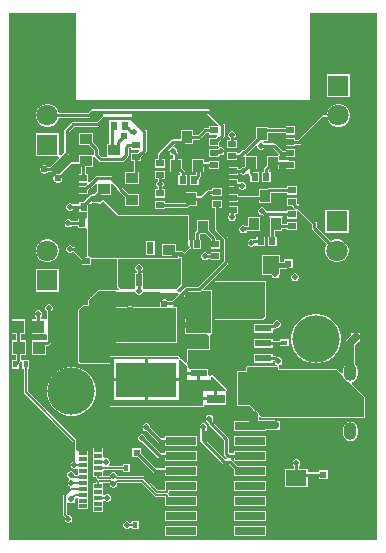
<source format=gtl>
G04*
G04 #@! TF.GenerationSoftware,Altium Limited,Altium Designer,23.4.1 (23)*
G04*
G04 Layer_Physical_Order=1*
G04 Layer_Color=255*
%FSLAX25Y25*%
%MOIN*%
G70*
G04*
G04 #@! TF.SameCoordinates,D0A82AA9-F4A3-43A1-B343-99984006E8F9*
G04*
G04*
G04 #@! TF.FilePolarity,Positive*
G04*
G01*
G75*
%ADD15C,0.01000*%
%ADD18C,0.00600*%
%ADD19R,0.02756X0.01181*%
%ADD20R,0.02756X0.03937*%
%ADD21R,0.07087X0.05315*%
%ADD22R,0.02362X0.04134*%
%ADD23R,0.03347X0.03937*%
%ADD24R,0.03347X0.03937*%
%ADD25R,0.10000X0.02500*%
%ADD26R,0.09921X0.13386*%
%ADD27R,0.05709X0.02362*%
%ADD28R,0.06299X0.03150*%
%ADD29R,0.03937X0.04331*%
%ADD30R,0.04528X0.07087*%
%ADD31R,0.02165X0.02559*%
%ADD32R,0.01772X0.02165*%
%ADD33R,0.19882X0.11417*%
%ADD34R,0.05315X0.06102*%
%ADD35R,0.03543X0.03937*%
%ADD36R,0.02441X0.02441*%
%ADD37R,0.02441X0.02441*%
%ADD38R,0.03937X0.03543*%
%ADD39R,0.02559X0.02165*%
%ADD40R,0.06102X0.05315*%
%ADD41R,0.03937X0.03347*%
%ADD42R,0.03937X0.03347*%
%ADD43R,0.02165X0.01772*%
%ADD76C,0.02500*%
%ADD77C,0.01500*%
%ADD78C,0.00546*%
%ADD79C,0.07087*%
%ADD80R,0.07087X0.07087*%
%ADD81O,0.10236X0.04331*%
%ADD82O,0.08268X0.04331*%
%ADD83O,0.04331X0.05906*%
%ADD84C,0.15748*%
%ADD85C,0.01968*%
%ADD86C,0.02000*%
%ADD87C,0.02400*%
G36*
X126480Y2520D02*
X3740D01*
X3740Y177980D01*
X26000D01*
Y149000D01*
X104000D01*
Y177980D01*
X126480D01*
X126480Y2520D01*
D02*
G37*
%LPC*%
G36*
X117343Y157686D02*
X109657D01*
Y149999D01*
X117343D01*
Y157686D01*
D02*
G37*
G36*
X114006Y147843D02*
X112994D01*
X112016Y147581D01*
X111140Y147075D01*
X110425Y146360D01*
X109919Y145484D01*
X109657Y144506D01*
Y144013D01*
X108457D01*
X108457Y144013D01*
X108145Y143951D01*
X107880Y143774D01*
X107880Y143774D01*
X99953Y135847D01*
X99080D01*
Y136414D01*
X95920D01*
Y133649D01*
X99080D01*
Y134216D01*
X100291D01*
X100291Y134216D01*
X100603Y134278D01*
X100867Y134455D01*
X108795Y142382D01*
X109996D01*
X110425Y141640D01*
X111140Y140925D01*
X112016Y140419D01*
X112994Y140157D01*
X114006D01*
X114983Y140419D01*
X115860Y140925D01*
X116575Y141640D01*
X117081Y142517D01*
X117343Y143494D01*
Y144506D01*
X117081Y145484D01*
X116575Y146360D01*
X115860Y147075D01*
X114983Y147581D01*
X114006Y147843D01*
D02*
G37*
G36*
X99080Y140351D02*
X95920D01*
Y139784D01*
X89973D01*
Y139993D01*
X86027D01*
Y136609D01*
X81977Y132560D01*
X81965D01*
X81653Y132498D01*
X81388Y132321D01*
X81388Y132321D01*
X80415Y131347D01*
X79580D01*
Y131914D01*
X76420D01*
Y129149D01*
X79580D01*
Y129716D01*
X80753D01*
X80753Y129716D01*
X81065Y129778D01*
X81329Y129955D01*
X81787Y130412D01*
X82287Y130205D01*
Y127161D01*
X81894Y126769D01*
X81541D01*
X81064Y126571D01*
X80777Y126284D01*
X80080D01*
Y126851D01*
X76920D01*
Y124086D01*
X80080D01*
Y124653D01*
X80777D01*
X81064Y124366D01*
X81541Y124169D01*
X82059D01*
X82536Y124366D01*
X82902Y124732D01*
X82951Y124849D01*
X83224Y124858D01*
X83462Y124777D01*
X83506Y124553D01*
X83683Y124289D01*
X84149Y123823D01*
Y121921D01*
X86914D01*
Y125080D01*
X85199D01*
X85075Y125203D01*
Y126007D01*
X86233D01*
Y130544D01*
X82790D01*
X82738Y130687D01*
X82707Y131044D01*
X82892Y131167D01*
X85891Y134166D01*
X86362Y133930D01*
Y133580D01*
X86560Y133102D01*
X86925Y132736D01*
X87403Y132538D01*
X87920D01*
X88398Y132736D01*
X88685Y133023D01*
X91603D01*
X93581Y131044D01*
X93374Y130544D01*
X93293Y130544D01*
X89767D01*
Y127432D01*
X89695Y127384D01*
X89695Y127384D01*
X88892Y126581D01*
X88715Y126316D01*
X88653Y126004D01*
X88653Y126004D01*
Y125080D01*
X88086D01*
Y121921D01*
X90851D01*
Y125080D01*
X90284D01*
Y125666D01*
X90620Y126002D01*
X90646Y126007D01*
X93713D01*
Y127460D01*
X95920D01*
Y126149D01*
X99080D01*
Y128914D01*
X97043D01*
X96871Y129029D01*
X96559Y129091D01*
X96559Y129091D01*
X94067D01*
X93713Y129445D01*
X93713Y130304D01*
X93780Y130400D01*
X93890Y130483D01*
X94156Y130684D01*
X94310Y130653D01*
X94310Y130653D01*
X95920D01*
Y130086D01*
X99080D01*
Y132851D01*
X95920D01*
Y132284D01*
X94648D01*
X92517Y134415D01*
X92253Y134592D01*
X91941Y134654D01*
X91941Y134654D01*
X88714D01*
X88424Y134971D01*
X88544Y135456D01*
X89973D01*
Y138153D01*
X95920D01*
Y137586D01*
X99080D01*
Y140351D01*
D02*
G37*
G36*
X17006Y147843D02*
X15994D01*
X15017Y147581D01*
X14140Y147075D01*
X13425Y146360D01*
X12919Y145484D01*
X12657Y144506D01*
Y143494D01*
X12919Y142517D01*
X13425Y141640D01*
X14140Y140925D01*
X15017Y140419D01*
X15994Y140157D01*
X17006D01*
X17984Y140419D01*
X18860Y140925D01*
X19575Y141640D01*
X20081Y142517D01*
X20260Y143184D01*
X30220D01*
X30220Y143184D01*
X30532Y143246D01*
X30796Y143423D01*
X31837Y144464D01*
X34962D01*
X35060Y143964D01*
X34899Y143856D01*
X34899Y143856D01*
X32859Y141816D01*
X25086D01*
X24774Y141754D01*
X24509Y141577D01*
X24509Y141577D01*
X22298Y139366D01*
X22122Y139102D01*
X22060Y138789D01*
X22060Y138789D01*
Y131663D01*
X20843Y130446D01*
X20343Y130654D01*
Y138001D01*
X12657D01*
Y130314D01*
X20004D01*
X20211Y129814D01*
X17248Y126851D01*
X16772Y126850D01*
X16350Y127272D01*
X15798Y127500D01*
X15202D01*
X14650Y127272D01*
X14228Y126850D01*
X14000Y126298D01*
Y125702D01*
X14228Y125150D01*
X14650Y124728D01*
X15202Y124500D01*
X15798D01*
X16350Y124728D01*
X16772Y125150D01*
X16786Y125184D01*
X17550D01*
X17550Y125184D01*
X17863Y125246D01*
X18127Y125423D01*
X23452Y130748D01*
X23629Y131013D01*
X23691Y131325D01*
X23691Y131325D01*
Y138452D01*
X25424Y140184D01*
X33196D01*
X33196Y140184D01*
X33509Y140246D01*
X33773Y140423D01*
X35814Y142464D01*
X36869D01*
X37149Y142079D01*
X37149Y141964D01*
Y138920D01*
X37153D01*
Y134473D01*
X36456D01*
Y130642D01*
X36456Y130527D01*
X36177Y130142D01*
X34511D01*
X33560Y131094D01*
Y132772D01*
X33560Y132772D01*
X33498Y133084D01*
X33321Y133348D01*
X33321Y133348D01*
X31549Y135120D01*
X31544Y135146D01*
Y138213D01*
X27007D01*
Y134267D01*
X30119D01*
X30167Y134195D01*
X31928Y132434D01*
Y131249D01*
X31683Y130834D01*
X31354Y130733D01*
X31354Y130733D01*
X27007D01*
Y128402D01*
X24587D01*
X24587Y128402D01*
X24274Y128340D01*
X24010Y128163D01*
X24010Y128163D01*
X20332Y124486D01*
X20298Y124500D01*
X19702D01*
X19150Y124272D01*
X18728Y123850D01*
X18500Y123298D01*
Y122702D01*
X18728Y122150D01*
X19150Y121728D01*
X19702Y121500D01*
X20298D01*
X20850Y121728D01*
X21272Y122150D01*
X21500Y122702D01*
Y123298D01*
X21486Y123332D01*
X24924Y126771D01*
X27684D01*
Y124351D01*
X26921D01*
Y121586D01*
X29576D01*
X29628Y121443D01*
X29659Y121086D01*
X29474Y120963D01*
X29474Y120963D01*
X28926Y120414D01*
X26921D01*
Y117649D01*
X30079D01*
Y119229D01*
X30401Y119570D01*
X30713Y119632D01*
X30978Y119809D01*
X32277Y121109D01*
X32277Y121109D01*
X32307Y121154D01*
X32507Y121353D01*
X33007Y121146D01*
X33007Y121109D01*
Y118680D01*
X32006Y117680D01*
X31349D01*
X31037Y117617D01*
X30772Y117441D01*
X30772Y117441D01*
X28537Y115206D01*
X28453Y115079D01*
X27149D01*
Y114316D01*
X25023D01*
X24736Y114602D01*
X24259Y114800D01*
X23741D01*
X23264Y114602D01*
X22898Y114236D01*
X22700Y113759D01*
Y113241D01*
X22898Y112764D01*
X23264Y112398D01*
X23741Y112200D01*
X24259D01*
X24736Y112398D01*
X25023Y112684D01*
X27149D01*
Y111920D01*
X29675D01*
Y109971D01*
X29414Y109580D01*
X29175Y109580D01*
X26649D01*
Y108816D01*
X24523D01*
X24236Y109102D01*
X23759Y109300D01*
X23241D01*
X22764Y109102D01*
X22398Y108736D01*
X22200Y108259D01*
Y107741D01*
X22398Y107264D01*
X22764Y106898D01*
X23241Y106700D01*
X23759D01*
X24236Y106898D01*
X24523Y107184D01*
X26649D01*
Y106421D01*
X29175D01*
X29414Y106421D01*
X29675Y106029D01*
Y97500D01*
X29737Y97351D01*
X29536Y96851D01*
X29074D01*
X25963Y99962D01*
X25699Y100139D01*
X25386Y100201D01*
X25386Y100201D01*
X25117D01*
X25102Y100236D01*
X24736Y100602D01*
X24259Y100800D01*
X23741D01*
X23264Y100602D01*
X22898Y100236D01*
X22700Y99759D01*
Y99241D01*
X22898Y98764D01*
X23264Y98398D01*
X23741Y98200D01*
X24259D01*
X24736Y98398D01*
X24908Y98570D01*
X25049D01*
X27920Y95698D01*
Y94086D01*
X31080D01*
Y96175D01*
X39675D01*
Y87000D01*
X39770Y86770D01*
X40359Y86182D01*
X40147Y85686D01*
X33507Y85825D01*
X33503Y85823D01*
X33500Y85825D01*
X33388Y85778D01*
X33275Y85734D01*
X33274Y85731D01*
X33270Y85730D01*
X31061Y83521D01*
X30751D01*
Y83210D01*
X30019Y82478D01*
X29924Y82249D01*
Y80804D01*
X28479D01*
X28250Y80709D01*
X26770Y79230D01*
X26675Y79000D01*
Y62000D01*
X26700Y61940D01*
Y61876D01*
X26907Y61376D01*
X26953Y61330D01*
X26978Y61270D01*
X27037Y61246D01*
X27083Y61200D01*
X27147D01*
X27207Y61175D01*
X27979D01*
Y61149D01*
X33895D01*
Y61175D01*
X37175D01*
Y47000D01*
X37270Y46770D01*
X37500Y46675D01*
X68445D01*
X68674Y46770D01*
X68770Y47000D01*
Y47324D01*
X69145Y47625D01*
X76044D01*
Y51375D01*
X76044Y51375D01*
X76002Y51845D01*
X76026Y51905D01*
X76072Y51951D01*
X76263Y52412D01*
Y52477D01*
X76288Y52537D01*
X76263Y52596D01*
Y52661D01*
X76218Y52707D01*
X76193Y52766D01*
X71584Y57375D01*
X71524Y57400D01*
X71479Y57446D01*
X71414D01*
X71354Y57470D01*
X71295Y57446D01*
X71230D01*
X70730Y57239D01*
X70684Y57193D01*
X70625Y57168D01*
X70154Y57339D01*
Y59481D01*
X63846D01*
X63470Y59782D01*
Y60181D01*
X63438Y60259D01*
X63428Y60342D01*
X63198Y60745D01*
X63163Y60772D01*
X63146Y60813D01*
X62993Y60966D01*
X63001Y61231D01*
X63081Y61509D01*
X63101Y61554D01*
X63108Y61559D01*
X63140Y61584D01*
X63150Y61663D01*
X63182Y61736D01*
X63288Y65675D01*
X70500D01*
X70730Y65770D01*
X70825Y66000D01*
Y70500D01*
X70752Y70675D01*
X70937Y71175D01*
X71000D01*
X71230Y71270D01*
X71325Y71500D01*
Y85500D01*
X71230Y85730D01*
X71000Y85825D01*
X68632D01*
X68440Y86287D01*
X76577Y94423D01*
X76577Y94423D01*
X76754Y94688D01*
X76816Y95000D01*
X76816Y95000D01*
Y102974D01*
X76754Y103287D01*
X76577Y103551D01*
X76577Y103551D01*
X73816Y106312D01*
Y113149D01*
X74580D01*
Y115914D01*
X71421D01*
Y113149D01*
X72184D01*
Y105974D01*
X72184Y105974D01*
X72246Y105662D01*
X72423Y105398D01*
X75184Y102637D01*
Y95338D01*
X66705Y86859D01*
X62906D01*
X62906Y86859D01*
X62594Y86797D01*
X62330Y86620D01*
X62329Y86620D01*
X60798Y85089D01*
X60447Y85105D01*
X60241Y85173D01*
X60180Y85199D01*
X60134Y85246D01*
X60071Y85247D01*
X60014Y85272D01*
X59843Y85276D01*
X59738Y85732D01*
X59737Y85778D01*
X61230Y87270D01*
X61325Y87500D01*
Y96563D01*
X61305Y96610D01*
X61309Y96661D01*
X61309Y96662D01*
X61259Y96721D01*
X61230Y96792D01*
X61182Y96812D01*
X61149Y96851D01*
X61105Y96874D01*
X61105Y96874D01*
X61040Y96880D01*
X60982Y96909D01*
X60982Y96909D01*
X60953Y96912D01*
X60953Y96912D01*
X60901Y96895D01*
X60847Y96903D01*
X60559Y96830D01*
X60194Y97154D01*
X60161Y97215D01*
X60123Y97246D01*
X60105Y97292D01*
X60031Y97322D01*
X59969Y97373D01*
X59920Y97368D01*
X59875Y97387D01*
X58304D01*
X58256Y97396D01*
X58223Y97390D01*
X58193Y97403D01*
X55056D01*
Y100897D01*
X58944D01*
Y98694D01*
X59039Y98464D01*
X59268Y98369D01*
X61428D01*
X61645Y98326D01*
X61830Y98203D01*
X62016Y98016D01*
X62246Y97921D01*
X62475Y98016D01*
X63880Y99420D01*
X63883D01*
Y99423D01*
X64230Y99770D01*
X64325Y100000D01*
X64230Y100230D01*
X63883Y100576D01*
Y102579D01*
X63825D01*
Y110500D01*
X63730Y110730D01*
X63500Y110825D01*
X40135D01*
X35258Y115701D01*
X35230Y115730D01*
X35230D01*
X35000Y115825D01*
X34770Y115730D01*
X34770D01*
X34284Y115243D01*
X33851Y115079D01*
Y115079D01*
X31425D01*
X31218Y115579D01*
X31687Y116048D01*
X32344D01*
X32344Y116048D01*
X32656Y116110D01*
X32921Y116287D01*
X34161Y117527D01*
X37544D01*
X37544Y121114D01*
X37544Y121134D01*
X38044Y121341D01*
X39745Y119640D01*
Y119628D01*
X39745Y119628D01*
X39807Y119316D01*
X39984Y119052D01*
X42456Y116579D01*
Y113787D01*
X46993D01*
Y117733D01*
X43609D01*
X41376Y119966D01*
Y119978D01*
X41314Y120290D01*
X41137Y120555D01*
X41137Y120555D01*
X38115Y123577D01*
X37851Y123754D01*
X37539Y123816D01*
X37539Y123816D01*
X33000D01*
X33000Y123816D01*
X32688Y123754D01*
X32423Y123577D01*
X32423Y123577D01*
X31124Y122277D01*
X31093Y122232D01*
X30580Y121718D01*
X30079Y121925D01*
Y124351D01*
X29316D01*
Y126787D01*
X31544D01*
Y130237D01*
X31544Y130262D01*
X31545Y130281D01*
X31865Y130348D01*
X32261Y130086D01*
X33597Y128750D01*
X33861Y128573D01*
X34173Y128511D01*
X34173Y128511D01*
X41314D01*
X41314Y128511D01*
X41626Y128573D01*
X41891Y128750D01*
X43283Y130142D01*
X43284Y130142D01*
X43460Y130407D01*
X43522Y130719D01*
X43522Y130719D01*
Y133045D01*
X43630Y133153D01*
X44420D01*
Y132586D01*
X47076D01*
X47128Y132443D01*
X47159Y132086D01*
X46974Y131963D01*
X46974Y131963D01*
X46426Y131414D01*
X44420D01*
Y128649D01*
X45184D01*
Y125213D01*
X42456D01*
Y121267D01*
X46993D01*
Y125213D01*
X46816D01*
Y128649D01*
X47580D01*
Y130229D01*
X47901Y130570D01*
X48213Y130632D01*
X48478Y130809D01*
X49356Y131688D01*
X49356Y131688D01*
X49533Y131952D01*
X49595Y132264D01*
X49595Y132265D01*
Y138672D01*
X49595Y138672D01*
X49533Y138985D01*
X49356Y139249D01*
X49356Y139249D01*
X44749Y143856D01*
X44588Y143964D01*
X44687Y144464D01*
X69835D01*
X73447Y140851D01*
X73240Y140351D01*
X70420D01*
Y139784D01*
X69110D01*
X68798Y139722D01*
X68533Y139545D01*
X68533Y139545D01*
X66528Y137540D01*
X64973D01*
Y138993D01*
X61027D01*
Y136072D01*
X58498D01*
X58498Y136072D01*
X58186Y136010D01*
X57921Y135833D01*
X53423Y131335D01*
X53246Y131070D01*
X53184Y130758D01*
X53184Y130758D01*
Y129351D01*
X52421D01*
Y126586D01*
X55580D01*
Y129351D01*
X54816D01*
Y130420D01*
X56726Y132331D01*
X57197Y132095D01*
Y131744D01*
X57395Y131266D01*
X57761Y130901D01*
X58239Y130703D01*
X58444D01*
Y129544D01*
X57287D01*
Y125007D01*
X60354D01*
X60380Y125002D01*
X60716Y124666D01*
Y124080D01*
X60149D01*
Y120921D01*
X62914D01*
Y124080D01*
X62347D01*
Y125004D01*
X62285Y125316D01*
X62108Y125581D01*
X62108Y125581D01*
X61305Y126384D01*
X61233Y126432D01*
Y129544D01*
X60075D01*
Y131078D01*
X60013Y131390D01*
X59837Y131655D01*
X59837Y131655D01*
X59783Y131709D01*
X59797Y131744D01*
Y132261D01*
X59599Y132739D01*
X59234Y133105D01*
X58756Y133303D01*
X58405D01*
X58170Y133774D01*
X58836Y134440D01*
X61827D01*
X61827Y134440D01*
X61906Y134456D01*
X64973D01*
Y135909D01*
X66866D01*
X66866Y135909D01*
X67178Y135971D01*
X67443Y136148D01*
X69448Y138153D01*
X70420D01*
Y137586D01*
X73076D01*
X73128Y137443D01*
X73159Y137086D01*
X72974Y136963D01*
X72974Y136963D01*
X72426Y136414D01*
X70420D01*
Y133649D01*
X73097D01*
X73105Y133649D01*
X73105Y133649D01*
X73387Y133649D01*
X73517Y133165D01*
X73464Y133102D01*
X73449Y133088D01*
X73181Y132820D01*
X70420D01*
Y130054D01*
X73580D01*
Y130458D01*
X73941Y130700D01*
X74459D01*
X74936Y130898D01*
X75302Y131264D01*
X75500Y131741D01*
Y132259D01*
X75302Y132736D01*
X74936Y133102D01*
X74459Y133300D01*
X74056D01*
X73941Y133300D01*
X73925Y133307D01*
X73580Y133691D01*
X73580Y134099D01*
X73580Y134099D01*
X73580Y134106D01*
Y135229D01*
X73901Y135570D01*
X74213Y135632D01*
X74478Y135809D01*
X75356Y136688D01*
X75356Y136688D01*
X75533Y136952D01*
X75595Y137265D01*
X75595Y137265D01*
Y140673D01*
X75595Y140673D01*
X75533Y140985D01*
X75356Y141249D01*
X75356Y141249D01*
X70749Y145856D01*
X70485Y146033D01*
X70173Y146095D01*
X70173Y146095D01*
X31499D01*
X31187Y146033D01*
X30922Y145856D01*
X30922Y145856D01*
X29882Y144816D01*
X20260D01*
X20081Y145484D01*
X19575Y146360D01*
X18860Y147075D01*
X17984Y147581D01*
X17006Y147843D01*
D02*
G37*
G36*
X78259Y138800D02*
X77741D01*
X77264Y138602D01*
X76898Y138236D01*
X76700Y137759D01*
Y137241D01*
X76898Y136764D01*
X77184Y136477D01*
Y135851D01*
X76420D01*
Y133086D01*
X79580D01*
Y135851D01*
X78816D01*
Y136477D01*
X79102Y136764D01*
X79300Y137241D01*
Y137759D01*
X79102Y138236D01*
X78736Y138602D01*
X78259Y138800D01*
D02*
G37*
G36*
X68713Y129544D02*
X64767D01*
Y125007D01*
X65925D01*
Y124203D01*
X65801Y124080D01*
X64086D01*
Y120921D01*
X66851D01*
Y122823D01*
X67317Y123289D01*
X67317Y123289D01*
X67494Y123553D01*
X67556Y123865D01*
Y125007D01*
X68713D01*
Y126684D01*
X70420D01*
Y126117D01*
X73580D01*
Y128883D01*
X70420D01*
Y128316D01*
X68713D01*
Y129544D01*
D02*
G37*
G36*
X99580Y120351D02*
X96421D01*
Y119784D01*
X90449D01*
X90449Y119784D01*
X90137Y119722D01*
X89872Y119545D01*
X89872Y119545D01*
X89820Y119493D01*
X87027D01*
Y117284D01*
X80080D01*
Y117851D01*
X76920D01*
Y115086D01*
X80080D01*
Y115653D01*
X87027D01*
Y114956D01*
X90973D01*
Y118153D01*
X96421D01*
Y117586D01*
X99580D01*
Y120351D01*
D02*
G37*
G36*
X80080Y122914D02*
X76920D01*
Y120149D01*
X79004D01*
X79083Y120133D01*
X80245D01*
X80398Y119764D01*
X80764Y119398D01*
X81241Y119200D01*
X81759D01*
X82236Y119398D01*
X82602Y119764D01*
X82800Y120241D01*
Y120759D01*
X82602Y121236D01*
X82236Y121602D01*
X81759Y121800D01*
X81241D01*
X81069Y121729D01*
X80889Y121765D01*
X80889Y121765D01*
X80080D01*
Y122914D01*
D02*
G37*
G36*
X74580Y119851D02*
X71421D01*
Y119144D01*
X70221D01*
X69908Y119082D01*
X69644Y118905D01*
X69644Y118905D01*
X67778Y117040D01*
X66473D01*
Y118493D01*
X62527D01*
Y115109D01*
X62265Y114847D01*
X55580D01*
Y115414D01*
X52421D01*
Y112649D01*
X55580D01*
Y113216D01*
X62602D01*
X62602Y113216D01*
X62915Y113278D01*
X63179Y113455D01*
X63680Y113956D01*
X66473D01*
Y115409D01*
X68116D01*
X68116Y115409D01*
X68428Y115471D01*
X68693Y115648D01*
X70558Y117513D01*
X71421D01*
Y117086D01*
X74580D01*
Y119851D01*
D02*
G37*
G36*
X55580Y125414D02*
X52421D01*
Y122649D01*
X53184D01*
Y122023D01*
X52898Y121736D01*
X52700Y121259D01*
Y120741D01*
X52898Y120264D01*
X53184Y119977D01*
Y119351D01*
X52421D01*
Y116586D01*
X55580D01*
Y119351D01*
X54816D01*
Y119977D01*
X55102Y120264D01*
X55300Y120741D01*
Y121259D01*
X55102Y121736D01*
X54816Y122023D01*
Y122649D01*
X55580D01*
Y125414D01*
D02*
G37*
G36*
X99580Y116414D02*
X96421D01*
Y113649D01*
X98144D01*
X98203Y113560D01*
X98788Y112975D01*
X98788Y112974D01*
X98973Y112851D01*
X98942Y112494D01*
X98890Y112351D01*
X96421D01*
Y112060D01*
X89300D01*
Y112259D01*
X89102Y112736D01*
X88736Y113102D01*
X88259Y113300D01*
X87741D01*
X87264Y113102D01*
X86898Y112736D01*
X86700Y112259D01*
Y111741D01*
X86898Y111264D01*
X87264Y110898D01*
X87741Y110700D01*
X88259D01*
X88294Y110715D01*
X88341Y110667D01*
X88606Y110491D01*
X88918Y110428D01*
X88918Y110428D01*
X90488D01*
X90767Y110044D01*
X90767Y109928D01*
Y106599D01*
X90715Y106521D01*
X90653Y106209D01*
X90653Y106209D01*
Y103579D01*
X90086D01*
Y100420D01*
X92851D01*
Y103579D01*
X92284D01*
Y105507D01*
X94713D01*
Y106216D01*
X96421D01*
Y105649D01*
X99580D01*
Y108414D01*
X96421D01*
Y107847D01*
X94713D01*
Y109928D01*
X94713Y110044D01*
X94993Y110428D01*
X96421D01*
Y109586D01*
X99580D01*
Y112012D01*
X100080Y112219D01*
X104641Y107658D01*
Y106429D01*
X104641Y106429D01*
X104703Y106116D01*
X104880Y105852D01*
X109764Y100967D01*
X109419Y100368D01*
X109157Y99391D01*
Y98379D01*
X109419Y97401D01*
X109925Y96525D01*
X110640Y95810D01*
X111516Y95304D01*
X112494Y95042D01*
X113506D01*
X114483Y95304D01*
X115360Y95810D01*
X116075Y96525D01*
X116581Y97401D01*
X116843Y98379D01*
Y99391D01*
X116581Y100368D01*
X116075Y101245D01*
X115360Y101960D01*
X114483Y102466D01*
X113506Y102728D01*
X112494D01*
X111516Y102466D01*
X110918Y102121D01*
X106272Y106766D01*
Y107996D01*
X106210Y108308D01*
X106033Y108572D01*
X106033Y108572D01*
X100478Y114128D01*
X100213Y114305D01*
X99901Y114367D01*
X99580Y114708D01*
Y116414D01*
D02*
G37*
G36*
X80080Y113914D02*
X76920D01*
Y111149D01*
X76920D01*
X76870Y110670D01*
X76700Y110259D01*
Y109741D01*
X76898Y109264D01*
X77264Y108898D01*
X77741Y108700D01*
X78259D01*
X78736Y108898D01*
X79102Y109264D01*
X79300Y109741D01*
Y110259D01*
X79138Y110649D01*
X79271Y110972D01*
X79397Y111149D01*
X80080D01*
Y113914D01*
D02*
G37*
G36*
X87233Y110044D02*
X83287D01*
Y107123D01*
X82486D01*
X82059Y107300D01*
X81541D01*
X81064Y107102D01*
X80698Y106736D01*
X80500Y106259D01*
Y105741D01*
X80698Y105264D01*
X81064Y104898D01*
X81541Y104700D01*
X82059D01*
X82536Y104898D01*
X82902Y105264D01*
X82996Y105491D01*
X84087D01*
X84087Y105491D01*
X84166Y105507D01*
X87233D01*
Y110044D01*
D02*
G37*
G36*
X116843Y112571D02*
X109157D01*
Y104884D01*
X116843D01*
Y112571D01*
D02*
G37*
G36*
X88914Y103579D02*
X86149D01*
Y102816D01*
X85162D01*
X85162Y102816D01*
X84864Y102756D01*
X84759Y102800D01*
X84241D01*
X83764Y102602D01*
X83398Y102236D01*
X83200Y101759D01*
Y101241D01*
X83398Y100764D01*
X83764Y100398D01*
X84241Y100200D01*
X84759D01*
X85236Y100398D01*
X85602Y100764D01*
X85649Y100876D01*
X86149Y100777D01*
Y100420D01*
X88914D01*
Y103579D01*
D02*
G37*
G36*
X70213Y109044D02*
X66267D01*
Y105661D01*
X65860Y105254D01*
X65683Y104989D01*
X65621Y104677D01*
X65621Y104677D01*
Y102579D01*
X65054D01*
Y99420D01*
X67820D01*
Y102579D01*
X67253D01*
Y104339D01*
X67421Y104507D01*
X69060D01*
X70905Y102662D01*
Y101551D01*
X70905Y101551D01*
X70920Y101472D01*
Y99586D01*
X74080D01*
Y102351D01*
X72536D01*
Y103000D01*
X72536Y103000D01*
X72474Y103312D01*
X72297Y103577D01*
X72297Y103577D01*
X70213Y105661D01*
Y109044D01*
D02*
G37*
G36*
X74080Y98414D02*
X70920D01*
Y97831D01*
X70007D01*
X69736Y98102D01*
X69259Y98300D01*
X68741D01*
X68264Y98102D01*
X67898Y97736D01*
X67700Y97259D01*
Y96741D01*
X67898Y96264D01*
X68264Y95898D01*
X68741Y95700D01*
X69259D01*
X69736Y95898D01*
X70039Y96200D01*
X70920D01*
Y95649D01*
X74080D01*
Y98414D01*
D02*
G37*
G36*
X16951Y102728D02*
X15939D01*
X14961Y102466D01*
X14085Y101960D01*
X13370Y101245D01*
X12864Y100368D01*
X12602Y99391D01*
Y98379D01*
X12864Y97401D01*
X13370Y96525D01*
X14085Y95810D01*
X14961Y95304D01*
X15939Y95042D01*
X16951D01*
X17928Y95304D01*
X18805Y95810D01*
X19520Y96525D01*
X20026Y97401D01*
X20288Y98379D01*
Y99391D01*
X20026Y100368D01*
X19520Y101245D01*
X18805Y101960D01*
X17928Y102466D01*
X16951Y102728D01*
D02*
G37*
G36*
X93894Y97351D02*
X87980D01*
Y90649D01*
X91238D01*
X91398Y90264D01*
X91764Y89898D01*
X92241Y89700D01*
X92759D01*
X93236Y89898D01*
X93602Y90264D01*
X93762Y90649D01*
X93894D01*
Y92929D01*
X96228D01*
X96480Y92980D01*
X98249D01*
Y96021D01*
X95208D01*
Y95071D01*
X93894D01*
Y97351D01*
D02*
G37*
G36*
X99259Y91300D02*
X98741D01*
X98264Y91102D01*
X97898Y90736D01*
X97700Y90259D01*
Y89741D01*
X97898Y89264D01*
X98264Y88898D01*
X98741Y88700D01*
X99259D01*
X99736Y88898D01*
X100102Y89264D01*
X100300Y89741D01*
Y90259D01*
X100102Y90736D01*
X99736Y91102D01*
X99259Y91300D01*
D02*
G37*
G36*
X20288Y92886D02*
X12602D01*
Y85199D01*
X20288D01*
Y92886D01*
D02*
G37*
G36*
X17259Y81100D02*
X16741D01*
X16264Y80902D01*
X15898Y80536D01*
X15700Y80059D01*
Y79541D01*
X15898Y79064D01*
X16184Y78777D01*
Y76169D01*
X15768Y75965D01*
X15684Y75965D01*
X14316D01*
Y76777D01*
X14602Y77064D01*
X14800Y77541D01*
Y78059D01*
X14602Y78536D01*
X14236Y78902D01*
X13759Y79100D01*
X13241D01*
X12764Y78902D01*
X12398Y78536D01*
X12200Y78059D01*
Y77541D01*
X12398Y77064D01*
X12684Y76777D01*
Y75965D01*
X11231D01*
Y71035D01*
X15684D01*
X15768Y71035D01*
X16184Y70831D01*
Y69373D01*
X15961Y68965D01*
X11424D01*
Y64035D01*
X15961D01*
Y67127D01*
X16414Y67218D01*
X16726Y67280D01*
X16991Y67457D01*
X17577Y68043D01*
X17577Y68043D01*
X17754Y68308D01*
X17816Y68620D01*
Y78777D01*
X18102Y79064D01*
X18300Y79541D01*
Y80059D01*
X18102Y80536D01*
X17736Y80902D01*
X17259Y81100D01*
D02*
G37*
G36*
X89000Y88825D02*
X72500D01*
X72270Y88730D01*
X72175Y88500D01*
Y85000D01*
Y76000D01*
X72270Y75770D01*
X72500Y75675D01*
X88000D01*
X88230Y75770D01*
X89230Y76770D01*
X89325Y77000D01*
Y88500D01*
X89230Y88730D01*
X89000Y88825D01*
D02*
G37*
G36*
X93259Y75800D02*
X92741D01*
X92264Y75602D01*
X91898Y75236D01*
X91700Y74759D01*
Y74516D01*
X91681Y74497D01*
X89138D01*
X89138Y74497D01*
X89059Y74481D01*
X85302D01*
Y71519D01*
X91611D01*
Y72582D01*
X92019Y72865D01*
X92331Y72927D01*
X92595Y73104D01*
X92706Y73215D01*
X92741Y73200D01*
X93259D01*
X93736Y73398D01*
X94102Y73764D01*
X94300Y74241D01*
Y74759D01*
X94102Y75236D01*
X93736Y75602D01*
X93259Y75800D01*
D02*
G37*
G36*
X91611Y69481D02*
X85302D01*
Y66519D01*
X91611D01*
Y67320D01*
X94117D01*
Y67086D01*
X96883D01*
Y69458D01*
X94117D01*
Y68951D01*
X91611D01*
Y69481D01*
D02*
G37*
G36*
X106805Y77674D02*
X105195D01*
X103616Y77360D01*
X102128Y76744D01*
X100789Y75849D01*
X99651Y74711D01*
X98756Y73372D01*
X98140Y71884D01*
X97826Y70305D01*
Y68695D01*
X98140Y67116D01*
X98756Y65628D01*
X99651Y64289D01*
X100789Y63151D01*
X102128Y62256D01*
X103616Y61640D01*
X105195Y61326D01*
X106805D01*
X108384Y61640D01*
X109872Y62256D01*
X111211Y63151D01*
X112349Y64289D01*
X113244Y65628D01*
X113860Y67116D01*
X114174Y68695D01*
Y70305D01*
X113860Y71884D01*
X113244Y73372D01*
X112349Y74711D01*
X111211Y75849D01*
X109872Y76744D01*
X108384Y77360D01*
X106805Y77674D01*
D02*
G37*
G36*
X119228Y71580D02*
X118927Y71521D01*
X117708D01*
Y70714D01*
X116383Y69389D01*
X116040Y68876D01*
X115920Y68272D01*
Y61039D01*
X115723Y60907D01*
X115178Y60092D01*
X114986Y59130D01*
Y58180D01*
X114486Y57973D01*
X113230Y59230D01*
X113000Y59325D01*
X93825D01*
Y60000D01*
X93730Y60230D01*
X93737Y60352D01*
X93830Y60729D01*
X94236Y60898D01*
X94602Y61264D01*
X94800Y61741D01*
Y62259D01*
X94602Y62736D01*
X94236Y63102D01*
X93759Y63300D01*
X93353D01*
X93077Y63577D01*
X92812Y63754D01*
X92500Y63816D01*
X92500Y63816D01*
X91611D01*
Y64481D01*
X85302D01*
Y61519D01*
X91611D01*
Y62184D01*
X92162D01*
X92200Y62147D01*
Y61741D01*
X92398Y61264D01*
X92764Y60898D01*
X92940Y60825D01*
X92841Y60325D01*
X82989D01*
X82759Y60230D01*
X82664Y60000D01*
Y58832D01*
X80000D01*
X79770Y58737D01*
X79675Y58507D01*
Y47500D01*
X79770Y47270D01*
X80000Y47175D01*
X83865D01*
X85049Y45992D01*
X84955Y45506D01*
X84882Y45451D01*
X84382Y45118D01*
X84040Y44605D01*
X83920Y44000D01*
Y42265D01*
X83645Y42210D01*
X83406Y42050D01*
X78700D01*
Y38950D01*
X83847D01*
X84000Y38920D01*
X85500D01*
X85653Y38950D01*
X89300D01*
Y39170D01*
X90045D01*
X90154Y39191D01*
X92500D01*
X92801Y39251D01*
X94020D01*
Y40470D01*
X94080Y40772D01*
X94020Y41073D01*
Y42292D01*
X92801D01*
X92500Y42352D01*
X90067D01*
X89958Y42330D01*
X87080D01*
Y43307D01*
X87542Y43499D01*
X87770Y43270D01*
X88000Y43175D01*
X122000D01*
X122230Y43270D01*
X122325Y43500D01*
Y50000D01*
X122230Y50230D01*
X117857Y54603D01*
X118021Y55145D01*
X118462Y55233D01*
X119277Y55778D01*
X119822Y56593D01*
X120014Y57555D01*
Y59130D01*
X119822Y60092D01*
X119277Y60907D01*
X119080Y61039D01*
Y67617D01*
X119943Y68480D01*
X120749D01*
Y69699D01*
X120809Y70000D01*
X120749Y70301D01*
Y71521D01*
X119529D01*
X119228Y71580D01*
D02*
G37*
G36*
X25305Y60174D02*
X23695D01*
X22116Y59860D01*
X20628Y59244D01*
X19289Y58349D01*
X18151Y57211D01*
X17256Y55872D01*
X16640Y54384D01*
X16326Y52805D01*
Y51195D01*
X16640Y49616D01*
X17256Y48128D01*
X18151Y46789D01*
X19289Y45651D01*
X20628Y44756D01*
X22116Y44140D01*
X23695Y43826D01*
X25305D01*
X26884Y44140D01*
X28372Y44756D01*
X29711Y45651D01*
X30849Y46789D01*
X31744Y48128D01*
X32360Y49616D01*
X32674Y51195D01*
Y52805D01*
X32360Y54384D01*
X31744Y55872D01*
X30849Y57211D01*
X29711Y58349D01*
X28372Y59244D01*
X26884Y59860D01*
X25305Y60174D01*
D02*
G37*
G36*
X117500Y41958D02*
X116538Y41767D01*
X115723Y41222D01*
X115178Y40407D01*
X114986Y39445D01*
Y37870D01*
X115178Y36908D01*
X115723Y36093D01*
X116538Y35548D01*
X117500Y35356D01*
X118462Y35548D01*
X119277Y36093D01*
X119822Y36908D01*
X120014Y37870D01*
Y39445D01*
X119822Y40407D01*
X119277Y41222D01*
X118462Y41767D01*
X117500Y41958D01*
D02*
G37*
G36*
X89300Y37050D02*
X78700D01*
Y33950D01*
X89300D01*
Y37050D01*
D02*
G37*
G36*
X49759Y41300D02*
X49241D01*
X48764Y41102D01*
X48398Y40736D01*
X48200Y40259D01*
Y39741D01*
X48398Y39264D01*
X48764Y38898D01*
X49241Y38700D01*
X49646D01*
X53423Y34923D01*
X53688Y34746D01*
X54000Y34684D01*
X54000Y34684D01*
X55700D01*
Y33950D01*
X66300D01*
Y37050D01*
X55700D01*
Y36316D01*
X54338D01*
X50800Y39854D01*
Y40259D01*
X50602Y40736D01*
X50236Y41102D01*
X49759Y41300D01*
D02*
G37*
G36*
X70759Y44176D02*
X70241D01*
X69764Y43978D01*
X69398Y43613D01*
X69200Y43135D01*
Y42618D01*
X69398Y42140D01*
X69764Y41774D01*
X69826Y41748D01*
X69861Y41573D01*
X70038Y41308D01*
X70223Y41123D01*
X70246Y41006D01*
X70423Y40742D01*
X75347Y35818D01*
Y31086D01*
X75347Y31086D01*
X75409Y30774D01*
X75586Y30509D01*
X76171Y29923D01*
X76171Y29923D01*
X76332Y29816D01*
X76234Y29316D01*
X75672D01*
X69016Y35972D01*
Y38807D01*
X69236Y38898D01*
X69602Y39264D01*
X69800Y39741D01*
Y40259D01*
X69602Y40736D01*
X69236Y41102D01*
X68759Y41300D01*
X68241D01*
X67764Y41102D01*
X67398Y40736D01*
X67200Y40259D01*
Y39741D01*
X67384Y39296D01*
Y35634D01*
X67384Y35634D01*
X67446Y35322D01*
X67623Y35057D01*
X74757Y27923D01*
X74757Y27923D01*
X75022Y27746D01*
X75334Y27684D01*
X76912D01*
X78700Y25896D01*
Y23950D01*
X89300D01*
Y27050D01*
X79853D01*
X77827Y29077D01*
X77666Y29184D01*
X77764Y29684D01*
X78700D01*
Y28950D01*
X89300D01*
Y32050D01*
X78700D01*
Y31316D01*
X77086D01*
X76978Y31424D01*
Y36156D01*
X76978Y36156D01*
X76916Y36468D01*
X76739Y36733D01*
X71783Y41689D01*
X71775Y41705D01*
X71754Y41812D01*
X71627Y42002D01*
X71582Y42091D01*
X71602Y42140D01*
X71800Y42618D01*
Y43135D01*
X71602Y43613D01*
X71236Y43978D01*
X70759Y44176D01*
D02*
G37*
G36*
X48259Y37800D02*
X47741D01*
X47264Y37602D01*
X46898Y37236D01*
X46700Y36759D01*
Y36241D01*
X46898Y35764D01*
X47264Y35398D01*
X47741Y35200D01*
X48147D01*
X53423Y29923D01*
X53423Y29923D01*
X53688Y29746D01*
X54000Y29684D01*
X55700D01*
Y28950D01*
X66300D01*
Y32050D01*
X55700D01*
Y31316D01*
X54338D01*
X49300Y36353D01*
Y36759D01*
X49102Y37236D01*
X48736Y37602D01*
X48259Y37800D01*
D02*
G37*
G36*
X35036Y33233D02*
X31680D01*
X31680Y31452D01*
X31680Y30952D01*
X31680Y29484D01*
X31680Y28983D01*
X31680Y27515D01*
X31680Y27015D01*
X31680Y25546D01*
X31680Y25046D01*
Y23578D01*
X32738D01*
Y23343D01*
X32920Y22904D01*
X32997Y22827D01*
X33190Y22500D01*
X32997Y22173D01*
X32920Y22096D01*
X32738Y21657D01*
Y21422D01*
X31680D01*
X31680Y19641D01*
X31680Y19141D01*
X31680Y17672D01*
X31680Y17172D01*
X31680Y15704D01*
X31680Y15204D01*
X31680Y13735D01*
X31680Y13235D01*
Y11767D01*
X35036D01*
X35036Y13548D01*
X35036Y14048D01*
X35036Y15334D01*
X35442Y15657D01*
X35513Y15648D01*
X35764Y15398D01*
X36241Y15200D01*
X36759D01*
X37236Y15398D01*
X37602Y15764D01*
X37800Y16241D01*
Y16759D01*
X37602Y17236D01*
X37236Y17602D01*
X36759Y17800D01*
X36241D01*
X35764Y17602D01*
X35536Y17375D01*
X35060Y17480D01*
X35036Y17672D01*
X35036Y17985D01*
X35036Y19454D01*
X35036Y19954D01*
Y21357D01*
X37181D01*
X37200Y21338D01*
Y20941D01*
X37398Y20464D01*
X37764Y20098D01*
X38241Y19900D01*
X38759D01*
X39236Y20098D01*
X39602Y20464D01*
X39800Y20941D01*
Y21338D01*
X39819Y21357D01*
X47887D01*
X52205Y17039D01*
X52644Y16857D01*
X55700D01*
Y13950D01*
X66300D01*
Y17050D01*
X57121D01*
Y17157D01*
X56940Y17596D01*
X56862Y17673D01*
X56669Y18000D01*
X56862Y18327D01*
X56939Y18404D01*
X57121Y18843D01*
Y18950D01*
X66300D01*
Y22050D01*
X55700D01*
Y19143D01*
X53334D01*
X49016Y23461D01*
X48577Y23643D01*
X39819D01*
X39800Y23662D01*
Y24059D01*
X39602Y24536D01*
X39236Y24902D01*
X38759Y25100D01*
X38241D01*
X37764Y24902D01*
X37398Y24536D01*
X37200Y24059D01*
Y23662D01*
X37181Y23643D01*
X35390D01*
X35036Y23997D01*
X35036Y25359D01*
X35209Y25788D01*
X41543D01*
Y25117D01*
X43914D01*
Y27883D01*
X41543D01*
Y27086D01*
X37130D01*
X36923Y27586D01*
X37137Y27801D01*
X37335Y28278D01*
Y28796D01*
X37137Y29273D01*
X36771Y29639D01*
X36293Y29837D01*
X35776D01*
X35536Y29738D01*
X35037Y30030D01*
X35036Y30031D01*
X35036Y31265D01*
X35036Y31765D01*
Y33233D01*
D02*
G37*
G36*
X9076Y75965D02*
X4539D01*
Y71035D01*
X5991D01*
Y68965D01*
X4732D01*
Y64035D01*
X5991D01*
Y62613D01*
X5761Y62383D01*
X4543D01*
Y59617D01*
X6914D01*
Y61229D01*
X7384Y61699D01*
X7384Y61699D01*
X7561Y61963D01*
X7586Y62090D01*
X8086Y62041D01*
X8086Y61898D01*
X8086Y61883D01*
Y59617D01*
X8622D01*
Y51728D01*
X8812Y51269D01*
X24851Y35231D01*
Y28638D01*
X24764Y28602D01*
X24398Y28236D01*
X24200Y27759D01*
Y27241D01*
X24398Y26764D01*
X24764Y26398D01*
X25241Y26200D01*
X25759D01*
X26062Y26326D01*
X26501Y26102D01*
X26562Y26033D01*
X26562Y24562D01*
X26460Y24104D01*
X25565D01*
Y24348D01*
X25368Y24826D01*
X25002Y25192D01*
X24524Y25389D01*
X24007D01*
X23529Y25192D01*
X23163Y24826D01*
X22965Y24348D01*
Y23831D01*
X23163Y23353D01*
X23512Y23004D01*
X23530Y22975D01*
X23585Y22423D01*
X23398Y22236D01*
X23200Y21759D01*
Y21241D01*
X23398Y20764D01*
X23764Y20398D01*
X23864Y20356D01*
X23912Y20134D01*
X23908Y19797D01*
X21941Y17829D01*
X21751Y17370D01*
Y10804D01*
X21941Y10345D01*
X22296Y9990D01*
X22200Y9759D01*
Y9241D01*
X22398Y8764D01*
X22764Y8398D01*
X23241Y8200D01*
X23759D01*
X24236Y8398D01*
X24602Y8764D01*
X24800Y9241D01*
Y9759D01*
X24602Y10236D01*
X24236Y10602D01*
X23759Y10800D01*
X23323D01*
X23049Y11073D01*
Y14905D01*
X23549Y15112D01*
X23764Y14898D01*
X24241Y14700D01*
X24759D01*
X25236Y14898D01*
X25602Y15264D01*
X25800Y15741D01*
Y16210D01*
X25829Y16291D01*
X26170Y16672D01*
X26459Y16651D01*
X26562Y16501D01*
X26562Y16188D01*
X26562Y14720D01*
X26562Y14220D01*
Y12751D01*
X29918D01*
X29918Y14532D01*
X29918Y15032D01*
X29918Y16501D01*
X29918Y17001D01*
X29918Y18469D01*
X29918Y18969D01*
X29918Y20438D01*
X29918Y20938D01*
Y22406D01*
X29918D01*
Y22594D01*
X29918Y22594D01*
X29918Y24375D01*
X29918Y24875D01*
X29918Y26343D01*
X29918Y26843D01*
X29918Y28312D01*
X29918Y28812D01*
X29918Y30280D01*
X29918Y30780D01*
Y32249D01*
X26649D01*
X26562Y32249D01*
X26149Y32459D01*
Y35500D01*
X25959Y35959D01*
X9921Y51997D01*
Y59617D01*
X10458D01*
Y62383D01*
X8123Y62383D01*
X8086Y62383D01*
X7623Y62472D01*
X7623Y62584D01*
Y64035D01*
X9268D01*
Y68965D01*
X7623D01*
Y71035D01*
X9076D01*
Y75965D01*
D02*
G37*
G36*
X47792Y33020D02*
X44751D01*
Y29980D01*
X46639D01*
X51695Y24923D01*
X51695Y24923D01*
X51960Y24746D01*
X52272Y24684D01*
X52272Y24684D01*
X55700D01*
Y23950D01*
X66300D01*
Y27050D01*
X55700D01*
Y26316D01*
X52609D01*
X47792Y31133D01*
Y33020D01*
D02*
G37*
G36*
X99759Y29300D02*
X99241D01*
X98764Y29102D01*
X98398Y28736D01*
X98200Y28259D01*
Y27741D01*
X98398Y27264D01*
X98684Y26977D01*
Y26127D01*
X95657D01*
Y20212D01*
X103343D01*
Y23456D01*
X106980D01*
Y22751D01*
X110020D01*
Y25792D01*
X106980D01*
Y25087D01*
X103343D01*
Y26127D01*
X100316D01*
Y26977D01*
X100602Y27264D01*
X100800Y27741D01*
Y28259D01*
X100602Y28736D01*
X100236Y29102D01*
X99759Y29300D01*
D02*
G37*
G36*
X89300Y22050D02*
X78700D01*
Y18950D01*
X89300D01*
Y22050D01*
D02*
G37*
G36*
Y17050D02*
X78700D01*
Y13950D01*
X89300D01*
Y17050D01*
D02*
G37*
G36*
Y12050D02*
X78700D01*
Y8950D01*
X89300D01*
Y12050D01*
D02*
G37*
G36*
X66300D02*
X55700D01*
Y8950D01*
X66300D01*
Y12050D01*
D02*
G37*
G36*
X46914Y8883D02*
X44543D01*
Y8449D01*
X44323Y8343D01*
X44043Y8296D01*
X43736Y8602D01*
X43259Y8800D01*
X42741D01*
X42264Y8602D01*
X41898Y8236D01*
X41700Y7759D01*
Y7241D01*
X41898Y6764D01*
X42264Y6398D01*
X42741Y6200D01*
X43259D01*
X43736Y6398D01*
X44043Y6704D01*
X44323Y6657D01*
X44543Y6551D01*
Y6117D01*
X46914D01*
Y8883D01*
D02*
G37*
G36*
X89300Y7050D02*
X78700D01*
Y3950D01*
X89300D01*
Y7050D01*
D02*
G37*
G36*
X66300D02*
X55700D01*
Y3950D01*
X66300D01*
Y7050D01*
D02*
G37*
%LPD*%
G36*
X40000Y110500D02*
X63500D01*
Y100500D01*
X64000Y100000D01*
X62246Y98246D01*
X62037Y98455D01*
X61772Y98632D01*
X61460Y98694D01*
X61460Y98694D01*
X59268D01*
Y101221D01*
X54732D01*
Y97078D01*
X58193D01*
X58272Y97062D01*
X58272Y97062D01*
X59875D01*
X60142Y96562D01*
X60101Y96500D01*
X31080D01*
Y96851D01*
X30649D01*
X30000Y97500D01*
Y114362D01*
X30138Y114500D01*
X34000D01*
X35000Y115500D01*
X40000Y110500D01*
D02*
G37*
G36*
X60956Y96586D02*
X61000Y96563D01*
Y87500D01*
X59500Y86000D01*
X48527D01*
X48394Y86220D01*
X48481Y86720D01*
X48481D01*
Y91453D01*
X47816D01*
Y91977D01*
X48102Y92264D01*
X48300Y92741D01*
Y93259D01*
X48102Y93736D01*
X47736Y94102D01*
X47259Y94300D01*
X46741D01*
X46264Y94102D01*
X45898Y93736D01*
X45700Y93259D01*
Y92741D01*
X45898Y92264D01*
X46184Y91977D01*
Y91453D01*
X45519D01*
Y86720D01*
X45519D01*
X45606Y86220D01*
X45473Y86000D01*
X41000D01*
X40000Y87000D01*
Y96175D01*
X60086D01*
X60101Y96175D01*
X60101Y96175D01*
X60131Y96188D01*
X60164Y96181D01*
X60164Y96182D01*
X60243Y96234D01*
X60330Y96270D01*
X60330Y96271D01*
X60343Y96301D01*
X60371Y96320D01*
X60412Y96382D01*
X60412Y96382D01*
X60639Y96515D01*
X60927Y96588D01*
X60956Y96586D01*
D02*
G37*
G36*
X71000Y71500D02*
X62744D01*
X62538Y72000D01*
X62685Y72356D01*
Y72873D01*
X62500Y73321D01*
Y74909D01*
X62685Y75356D01*
Y75873D01*
X62500Y76320D01*
Y84484D01*
X63244Y85228D01*
X67043D01*
X67043Y85228D01*
X67356Y85290D01*
X67620Y85466D01*
X67654Y85500D01*
X71000D01*
Y71500D01*
D02*
G37*
G36*
X38000Y63500D02*
X60000D01*
X60358Y63142D01*
X60151Y62642D01*
X60077Y62642D01*
X60077Y62642D01*
X60061Y62642D01*
X50000D01*
Y56433D01*
X60441D01*
X60441Y62262D01*
Y62278D01*
D01*
X60441Y62352D01*
X60567Y62404D01*
X60941Y62559D01*
X62916Y60584D01*
X63146Y60181D01*
X63146D01*
X63146Y60181D01*
Y58500D01*
X67000D01*
Y58000D01*
X67500D01*
Y55819D01*
X70854D01*
Y56939D01*
X71354Y57146D01*
X75963Y52537D01*
X75772Y52075D01*
X73094D01*
Y49500D01*
X72594D01*
Y49000D01*
X68445D01*
Y47000D01*
X37500D01*
Y63347D01*
X37962Y63538D01*
X38000Y63500D01*
D02*
G37*
G36*
X45700Y85246D02*
Y85241D01*
X45898Y84764D01*
X46264Y84398D01*
X46741Y84200D01*
X47259D01*
X47736Y84398D01*
X48102Y84764D01*
X48280Y85192D01*
X60007Y84948D01*
X60193Y84484D01*
X57862Y82153D01*
X56721D01*
X56350Y82524D01*
X55798Y82752D01*
X55202D01*
X54650Y82524D01*
X54228Y82102D01*
X54000Y81550D01*
Y80954D01*
X54166Y80552D01*
X53925Y80052D01*
X45069D01*
X44850Y80272D01*
X44298Y80500D01*
X43702D01*
X43150Y80272D01*
X42931Y80052D01*
X39259D01*
Y68035D01*
X59741D01*
Y80052D01*
X58403D01*
X58354Y80552D01*
X58512Y80584D01*
X58777Y80760D01*
X61713Y83697D01*
X62175Y83505D01*
Y76320D01*
X62200Y76261D01*
Y76196D01*
X62361Y75809D01*
Y75421D01*
X62200Y75033D01*
Y74969D01*
X62175Y74909D01*
Y73321D01*
X62200Y73261D01*
Y73196D01*
X62361Y72809D01*
Y72421D01*
X62238Y72124D01*
Y72005D01*
X62238Y71876D01*
X62444Y71376D01*
X62490Y71330D01*
X62515Y71270D01*
X62574Y71246D01*
X62620Y71200D01*
X62684Y71200D01*
X62744Y71175D01*
X69825D01*
X70500Y70500D01*
Y66000D01*
X63097D01*
X62968Y65871D01*
X62858Y61745D01*
X62354Y61605D01*
X61171Y62789D01*
X61114Y62812D01*
X61111Y62814D01*
X61065Y62859D01*
X60831Y63032D01*
X60658Y63266D01*
X60613Y63312D01*
X60588Y63371D01*
X60230Y63730D01*
X60000Y63825D01*
X38100D01*
X38086Y63838D01*
X38022D01*
X37962Y63863D01*
X37902Y63838D01*
X37838D01*
X37376Y63647D01*
X37330Y63601D01*
X37270Y63576D01*
X37246Y63517D01*
X37200Y63471D01*
Y63406D01*
X37175Y63347D01*
Y61500D01*
X27207D01*
X27000Y62000D01*
Y79000D01*
X28479Y80480D01*
X30249D01*
Y82249D01*
X33500Y85500D01*
X45700Y85246D01*
D02*
G37*
%LPC*%
G36*
X52221Y102280D02*
X49259D01*
Y97546D01*
X52221D01*
Y102280D01*
D02*
G37*
G36*
X49000Y62642D02*
X38559D01*
Y56433D01*
X49000D01*
Y62642D01*
D02*
G37*
G36*
X66500Y57500D02*
X63146D01*
Y55819D01*
X66500D01*
Y57500D01*
D02*
G37*
G36*
X72095Y52075D02*
X68445D01*
Y50000D01*
X72095D01*
Y52075D01*
D02*
G37*
G36*
X60441Y55433D02*
X50000D01*
Y49224D01*
X60441D01*
Y55433D01*
D02*
G37*
G36*
X49000D02*
X38559D01*
Y49224D01*
X49000D01*
Y55433D01*
D02*
G37*
%LPD*%
G36*
X89000Y77000D02*
X88000Y76000D01*
X72500D01*
Y85000D01*
Y88500D01*
X89000D01*
Y77000D01*
D02*
G37*
G36*
X93500Y59000D02*
X113000D01*
X115121Y56879D01*
X115178Y56593D01*
X115723Y55778D01*
X116538Y55233D01*
X116824Y55176D01*
X122000Y50000D01*
Y43500D01*
X88000D01*
X86976Y44524D01*
X86960Y44605D01*
X86617Y45118D01*
X86105Y45460D01*
X86024Y45476D01*
X84000Y47500D01*
X80000D01*
Y58507D01*
X82989D01*
Y60000D01*
X93500D01*
Y59000D01*
D02*
G37*
D15*
X67000Y63000D02*
X75228D01*
X67000Y60500D02*
Y63000D01*
X58200Y81337D02*
X62906Y86043D01*
X55585Y81337D02*
X58200D01*
X55500Y81252D02*
X55585Y81337D01*
X57000Y99150D02*
X58272Y97878D01*
X61460D01*
X62838Y96500D01*
X63000D01*
X67043Y86043D02*
X76000Y95000D01*
X62906Y86043D02*
X67043D01*
X82269Y106307D02*
X84087D01*
X72448Y131885D02*
X74085D01*
X81800Y106000D02*
X81962D01*
X82269Y106307D01*
X78500Y125469D02*
X81800D01*
X74085Y131885D02*
X74200Y132000D01*
X84087Y106307D02*
X85260Y107480D01*
X81748Y125469D02*
X84260Y127980D01*
Y124865D02*
Y127980D01*
X84949Y124279D02*
X85532Y123697D01*
X84260Y124865D02*
X84846Y124279D01*
X84949D01*
X72000Y131437D02*
X72448Y131885D01*
X58497Y131840D02*
X59260Y131078D01*
X54000Y127969D02*
Y130758D01*
X59260Y126980D02*
Y131078D01*
X54000Y130758D02*
X58498Y135256D01*
X58497Y131840D02*
Y132003D01*
X58498Y135256D02*
X61827D01*
X91941Y133838D02*
X94310Y131468D01*
X87662Y133838D02*
X91941D01*
X94310Y131468D02*
X97500D01*
X88000Y137429D02*
Y137724D01*
X82315Y131744D02*
X88000Y137429D01*
X81965Y131744D02*
X82315D01*
X80753Y130532D02*
X81965Y131744D01*
X88000Y137724D02*
Y137795D01*
X78000Y130532D02*
X80753D01*
X97724Y111244D02*
X98000Y110968D01*
X88918Y111244D02*
X97724D01*
X88162Y112000D02*
X88918Y111244D01*
X88000Y112000D02*
X88162D01*
X13500Y73500D02*
Y77800D01*
X54000Y30500D02*
X61000D01*
X48000Y36500D02*
X54000Y30500D01*
Y35500D02*
X61000D01*
X49500Y40000D02*
X54000Y35500D01*
X52272Y25500D02*
X61000D01*
X46272Y31500D02*
X52272Y25500D01*
X70615Y41885D02*
Y42761D01*
X71000Y41318D02*
X76162Y36156D01*
X70615Y41885D02*
X71000Y41500D01*
Y41318D02*
Y41500D01*
X70500Y42876D02*
X70615Y42761D01*
X76162Y31086D02*
Y36156D01*
X68200Y35634D02*
Y40000D01*
X76162Y31086D02*
X76748Y30500D01*
X84000D01*
X47000Y85500D02*
Y89087D01*
Y93000D01*
X44354Y138615D02*
X45385D01*
X43248Y139720D02*
X44354Y138615D01*
X45385D02*
X45500Y138500D01*
X43051Y139720D02*
X43248D01*
X40091Y135111D02*
X42000Y137021D01*
X39020Y132500D02*
X40091Y133571D01*
X44172Y143280D02*
X48779Y138672D01*
X40091Y133571D02*
Y135111D01*
X48779Y132264D02*
Y138672D01*
X35476Y143280D02*
X44172D01*
X54000Y121000D02*
X54000Y121000D01*
X54000Y121000D02*
Y124031D01*
X72484Y97016D02*
X72500Y97031D01*
X69016Y97016D02*
X72484D01*
X69000Y97000D02*
X69016Y97016D01*
X78500Y121531D02*
X79083Y120949D01*
X80889D01*
X81338Y120500D01*
X81500D01*
X100602Y24272D02*
X108500D01*
X99500Y23169D02*
X100602Y24272D01*
X99500Y23169D02*
Y28000D01*
X85162Y102000D02*
X87532D01*
X84662Y101500D02*
X85162Y102000D01*
X84500Y101500D02*
X84662D01*
X15161Y68034D02*
X16414D01*
X13693Y66500D02*
Y66565D01*
X15161Y68034D01*
X16414D02*
X17000Y68620D01*
Y79800D01*
X88457Y73000D02*
X89138Y73681D01*
X92019D01*
X92838Y74500D01*
X93000D01*
X88457Y63000D02*
X92500D01*
X93500Y62000D01*
X88457Y68000D02*
X88592Y68136D01*
X95364D01*
X95500Y68272D01*
X78000Y134468D02*
X78000Y134468D01*
X78000Y134468D02*
Y137500D01*
X78115Y112146D02*
X78500Y112531D01*
X78115Y110115D02*
Y112146D01*
X78000Y110000D02*
X78115Y110115D01*
X78500Y116469D02*
X88244D01*
X89000Y117224D01*
X54000Y114032D02*
X62602D01*
X64500Y116224D02*
X68116D01*
X62602Y114032D02*
X64500Y115929D01*
X61827Y135256D02*
X63000Y136429D01*
Y136724D01*
X54000Y117968D02*
Y121000D01*
X54000Y124031D02*
X54000Y124031D01*
X72000Y135031D02*
X72197D01*
X73551Y136386D01*
X73901D01*
X74779Y137265D01*
Y140673D01*
X70173Y145280D02*
X74779Y140673D01*
X31499Y145280D02*
X70173D01*
X42469Y140303D02*
Y140500D01*
Y140303D02*
X43051Y139720D01*
X37969Y133551D02*
X39020Y132500D01*
X15500Y126000D02*
X17550D01*
X22875Y131325D01*
X24587Y127587D02*
X28102D01*
X28500Y122968D02*
Y127587D01*
Y127984D01*
X20000Y123000D02*
X24587Y127587D01*
X22875Y138789D02*
X25086Y141000D01*
X22875Y131325D02*
Y138789D01*
X25086Y141000D02*
X33196D01*
X35476Y143280D01*
X47551Y131386D02*
X47901D01*
X48779Y132264D01*
X46000Y130032D02*
X46197D01*
X47551Y131386D01*
X30220Y144000D02*
X31499Y145280D01*
X16500Y144000D02*
X30220D01*
X28500Y127984D02*
X29276Y128760D01*
X28102Y127587D02*
X28500Y127984D01*
X68200Y35634D02*
X75334Y28500D01*
X77250D02*
X80250Y25500D01*
X75334Y28500D02*
X77250D01*
X80250Y25500D02*
X84000D01*
X6807Y62276D02*
Y73500D01*
X5728Y61197D02*
X6807Y62276D01*
X5728Y61000D02*
Y61197D01*
X43260Y88760D02*
Y89087D01*
X43081Y88581D02*
X43260Y88760D01*
X73000Y105974D02*
X76000Y102974D01*
Y95000D02*
Y102974D01*
X73000Y105974D02*
Y114532D01*
X68116Y116224D02*
X70221Y118329D01*
X72860D01*
X73000Y118468D01*
X68240Y106480D02*
Y106776D01*
Y106480D02*
X71720Y103000D01*
Y101551D02*
Y103000D01*
Y101551D02*
X72303Y100969D01*
X72500D01*
X64500Y115929D02*
Y116224D01*
X42707Y130719D02*
Y133383D01*
X43292Y133968D02*
X46000D01*
X42707Y133383D02*
X43292Y133968D01*
X41314Y129327D02*
X42707Y130719D01*
X29571Y136240D02*
X30744Y135067D01*
Y134772D02*
Y135067D01*
Y134772D02*
X32744Y132772D01*
Y130756D02*
Y132772D01*
X29276Y136240D02*
X29571D01*
X32744Y130756D02*
X34173Y129327D01*
X41314D01*
X37969Y133551D02*
Y140500D01*
X28500Y119032D02*
X28697D01*
X30051Y120386D01*
X30401D01*
X31700Y121685D01*
Y121700D01*
X33000Y123000D01*
X44429Y115760D02*
X44724D01*
X40561Y119628D02*
X44429Y115760D01*
X40561Y119628D02*
Y119978D01*
X37539Y123000D02*
X40561Y119978D01*
X33000Y123000D02*
X37539D01*
X66866Y136724D02*
X69110Y138969D01*
X63000Y136724D02*
X66866D01*
X69110Y138969D02*
X72000D01*
X44827Y123240D02*
X46000Y124413D01*
Y130032D01*
X44724Y123240D02*
X44827D01*
X25386Y99385D02*
X29303Y95468D01*
X24115Y99385D02*
X25386D01*
X24000Y99500D02*
X24115Y99385D01*
X29303Y95468D02*
X29500D01*
X28032Y108000D02*
X28032Y108000D01*
X23500Y108000D02*
X28032D01*
X34980Y119500D02*
X35276D01*
X32344Y116864D02*
X34980Y119500D01*
X31349Y116864D02*
X32344D01*
X29114Y114629D02*
X31349Y116864D01*
X29114Y114083D02*
Y114629D01*
X28532Y113500D02*
X29114Y114083D01*
X28532Y113500D02*
X28532Y113500D01*
X24000Y113500D02*
X28532D01*
X61532Y122500D02*
Y125004D01*
X60728Y125807D02*
X61532Y125004D01*
X60433Y125807D02*
X60728D01*
X59260Y126980D02*
X60433Y125807D01*
X66740Y123865D02*
Y127276D01*
X66154Y123280D02*
X66740Y123865D01*
X66051Y123280D02*
X66154D01*
X65469Y122697D02*
X66051Y123280D01*
X65469Y122500D02*
Y122697D01*
X66965Y127500D02*
X72000D01*
X66740Y127276D02*
X66965Y127500D01*
X84260Y127980D02*
Y128276D01*
X85532Y123500D02*
Y123697D01*
X85260Y107480D02*
Y107776D01*
X33358Y34311D02*
X33449Y34402D01*
X36402D01*
X36500Y34500D01*
X33358Y10689D02*
X36027D01*
X36338Y11000D01*
X36500D01*
X75228Y63000D02*
X77728Y65500D01*
X98197Y115032D02*
X98779Y114449D01*
Y114137D02*
X99365Y113551D01*
X99901D02*
X105456Y107996D01*
Y106429D02*
X113000Y98885D01*
X98000Y115032D02*
X98197D01*
X98779Y114137D02*
Y114449D01*
X99365Y113551D02*
X99901D01*
X105456Y106429D02*
Y107996D01*
X66437Y104677D02*
X68240Y106480D01*
X66437Y101000D02*
Y104677D01*
X96559Y128276D02*
X97303Y127532D01*
X91740Y128276D02*
X96559D01*
X97303Y127532D02*
X97500D01*
X90272Y126807D02*
X90567D01*
X91740Y127980D01*
X89468Y123500D02*
Y126004D01*
X90272Y126807D01*
X91740Y127980D02*
Y128276D01*
X91469Y106209D02*
X92740Y107480D01*
Y107776D01*
X91469Y102000D02*
Y106209D01*
X92740Y107776D02*
X93484Y107032D01*
X98000D01*
X89000Y117224D02*
Y117520D01*
X90449Y118968D02*
X98000D01*
X89000Y117520D02*
X90449Y118968D01*
X88000Y137795D02*
X89173Y138969D01*
X97500D01*
Y135031D02*
X100291D01*
X112698Y143198D02*
X113500Y144000D01*
X108457Y143198D02*
X112698D01*
X100291Y135031D02*
X108457Y143198D01*
D18*
X25500Y27500D02*
Y35500D01*
X9272Y51728D02*
X25500Y35500D01*
X9272Y51728D02*
Y61000D01*
X22400Y17370D02*
X24430Y19400D01*
X25696D02*
X25896Y19600D01*
X28187D01*
X24430Y19400D02*
X25696D01*
X22400Y10804D02*
X23500Y9704D01*
X25789Y17539D02*
X28201D01*
X24500Y16250D02*
X25789Y17539D01*
X23500Y9500D02*
Y9704D01*
X24500Y16000D02*
Y16250D01*
X22400Y10804D02*
Y17370D01*
X28201Y17539D02*
X28240Y17579D01*
X28187Y19600D02*
X28240Y19547D01*
X33358Y16594D02*
X33406Y16547D01*
X36453D01*
X36500Y16500D01*
X33358Y28405D02*
X33424Y28471D01*
X35969D01*
X36035Y28537D01*
X33358Y26437D02*
X42937D01*
X43000Y26500D01*
X28201Y27461D02*
X28240Y27421D01*
X25539Y27461D02*
X28201D01*
X25500Y27500D02*
X25539Y27461D01*
X43000Y7500D02*
X45728D01*
X28240Y27421D02*
X28262Y27399D01*
D19*
X28240Y21516D02*
D03*
Y19547D02*
D03*
Y23484D02*
D03*
Y25453D02*
D03*
Y17579D02*
D03*
Y27421D02*
D03*
Y15610D02*
D03*
Y29390D02*
D03*
Y13642D02*
D03*
Y31358D02*
D03*
X33358Y34311D02*
D03*
Y10689D02*
D03*
Y32342D02*
D03*
Y12657D02*
D03*
Y30374D02*
D03*
Y14626D02*
D03*
Y28405D02*
D03*
Y16594D02*
D03*
Y26437D02*
D03*
Y24468D02*
D03*
Y18563D02*
D03*
Y20531D02*
D03*
D20*
X28240Y10295D02*
D03*
Y34705D02*
D03*
D21*
X99500Y6831D02*
D03*
Y23169D02*
D03*
D22*
X43260Y99913D02*
D03*
X50740D02*
D03*
Y89087D02*
D03*
X47000D02*
D03*
X43260D02*
D03*
D23*
X88000Y137724D02*
D03*
X84260Y128276D02*
D03*
X60760Y106776D02*
D03*
X64500Y116224D02*
D03*
X63000Y136724D02*
D03*
X59260Y127276D02*
D03*
X89000Y117224D02*
D03*
X85260Y107776D02*
D03*
D24*
X91740Y128276D02*
D03*
X68240Y106776D02*
D03*
X66740Y127276D02*
D03*
X92740Y107776D02*
D03*
D25*
X84000Y40500D02*
D03*
Y35500D02*
D03*
Y30500D02*
D03*
Y25500D02*
D03*
Y20500D02*
D03*
Y15500D02*
D03*
Y10500D02*
D03*
Y5500D02*
D03*
X61000D02*
D03*
Y10500D02*
D03*
Y15500D02*
D03*
Y20500D02*
D03*
Y25500D02*
D03*
Y30500D02*
D03*
Y35500D02*
D03*
Y40500D02*
D03*
D26*
X77728Y65500D02*
D03*
D27*
X67000Y73000D02*
D03*
Y68000D02*
D03*
Y63000D02*
D03*
Y58000D02*
D03*
X88457Y73000D02*
D03*
Y68000D02*
D03*
Y63000D02*
D03*
Y58000D02*
D03*
D28*
X84405Y49500D02*
D03*
X72594D02*
D03*
D29*
X7000Y66500D02*
D03*
X13693D02*
D03*
X6807Y73500D02*
D03*
X13500D02*
D03*
D30*
X65791Y81000D02*
D03*
X77209D02*
D03*
D31*
X32469Y113500D02*
D03*
X28532D02*
D03*
X66437Y101000D02*
D03*
X62500D02*
D03*
X65469Y122500D02*
D03*
X61532D02*
D03*
X91469Y102000D02*
D03*
X87532D02*
D03*
X42469Y140500D02*
D03*
X38532D02*
D03*
X89468Y123500D02*
D03*
X85532D02*
D03*
X31969Y108000D02*
D03*
X28032D02*
D03*
D32*
X5728Y61000D02*
D03*
X9272D02*
D03*
X42728Y26500D02*
D03*
X46272D02*
D03*
X45728Y7500D02*
D03*
X49272D02*
D03*
D33*
X49500Y55933D02*
D03*
Y74043D02*
D03*
D34*
X83063Y94000D02*
D03*
X90937D02*
D03*
X23063Y64500D02*
D03*
X30937D02*
D03*
X23063Y74500D02*
D03*
X30937D02*
D03*
D35*
X85350Y81000D02*
D03*
X91650D02*
D03*
D36*
X119228Y70000D02*
D03*
X122772D02*
D03*
X96728Y94500D02*
D03*
X100272D02*
D03*
X46272Y31500D02*
D03*
X42728D02*
D03*
X32272Y82000D02*
D03*
X28728D02*
D03*
D37*
X92500Y40772D02*
D03*
Y37228D02*
D03*
X108500Y24272D02*
D03*
Y20728D02*
D03*
D38*
X57000Y92850D02*
D03*
Y99150D02*
D03*
X35500Y98650D02*
D03*
Y92350D02*
D03*
D39*
X54000Y114032D02*
D03*
Y117968D02*
D03*
X54000Y127969D02*
D03*
Y124031D02*
D03*
X46000Y130032D02*
D03*
Y133968D02*
D03*
X28500Y122968D02*
D03*
Y119032D02*
D03*
X78500Y116469D02*
D03*
Y112531D02*
D03*
Y125469D02*
D03*
Y121531D02*
D03*
X78000Y130532D02*
D03*
Y134468D02*
D03*
X29500Y95468D02*
D03*
Y91531D02*
D03*
X98000Y110968D02*
D03*
Y107032D02*
D03*
X97500Y131468D02*
D03*
Y127532D02*
D03*
X72000Y127500D02*
D03*
Y131437D02*
D03*
X72500Y100969D02*
D03*
Y97031D02*
D03*
X73000Y118468D02*
D03*
Y114532D02*
D03*
X72000Y138969D02*
D03*
Y135031D02*
D03*
X98000Y118968D02*
D03*
Y115032D02*
D03*
X97500Y138969D02*
D03*
Y135031D02*
D03*
D40*
X108500Y38563D02*
D03*
Y46437D02*
D03*
X99000Y38563D02*
D03*
Y46437D02*
D03*
D41*
X38724Y132500D02*
D03*
X29276Y136240D02*
D03*
X44724Y115760D02*
D03*
X35276Y119500D02*
D03*
D42*
X29276Y128760D02*
D03*
X44724Y123240D02*
D03*
D43*
X95500Y68272D02*
D03*
Y64728D02*
D03*
D76*
X117500Y68272D02*
X119228Y70000D01*
X117500Y58343D02*
Y68272D01*
X84000Y40500D02*
X85500D01*
Y44000D01*
X90067Y40772D02*
X92500D01*
X90045Y40750D02*
X90067Y40772D01*
X84250Y40750D02*
X90045D01*
X84000Y40500D02*
X84250Y40750D01*
D77*
X90937Y94000D02*
X96228D01*
X96728Y94500D01*
D78*
X24500Y21500D02*
X24508Y21508D01*
X24551Y24089D02*
X25156Y23484D01*
X28240D01*
X28232Y21508D02*
X28240Y21516D01*
X24508Y21508D02*
X28232D01*
X24265Y24089D02*
X24551D01*
X33358Y23343D02*
Y24468D01*
X53077Y18523D02*
X56181D01*
X56501Y18843D02*
Y19523D01*
X48577Y23023D02*
X53077Y18523D01*
X56181D02*
X56501Y18843D01*
X57478Y20500D02*
X61000D01*
X56501Y19523D02*
X57478Y20500D01*
X33358Y23343D02*
X33678Y23023D01*
X37438D01*
X38215Y23800D01*
X38785D02*
X39562Y23023D01*
X48577D01*
X38500Y23800D02*
X38785D01*
X38215D02*
X38500D01*
X33358Y20531D02*
Y21657D01*
X33678Y21977D01*
X52644Y17477D02*
X56181D01*
X56501Y17157D01*
X48144Y21977D02*
X52644Y17477D01*
X56501Y16477D02*
X57478Y15500D01*
X61000D01*
X56501Y16477D02*
Y17157D01*
X37438Y21977D02*
X38215Y21200D01*
X38500D01*
X33678Y21977D02*
X37438D01*
X38500Y21200D02*
X38785D01*
X39562Y21977D01*
X48144D01*
D79*
X16445Y108728D02*
D03*
Y98885D02*
D03*
X16500Y144000D02*
D03*
Y153842D02*
D03*
X113000Y98885D02*
D03*
Y89043D02*
D03*
X113500Y134158D02*
D03*
Y144000D02*
D03*
D80*
X16445Y89043D02*
D03*
X16500Y134158D02*
D03*
X113000Y108728D02*
D03*
X113500Y153842D02*
D03*
D81*
X10642Y5492D02*
D03*
Y39508D02*
D03*
D82*
X31744Y5492D02*
D03*
Y39508D02*
D03*
D83*
X117500Y58343D02*
D03*
Y48500D02*
D03*
Y38658D02*
D03*
D84*
X24500Y52000D02*
D03*
X106000Y69500D02*
D03*
D85*
X75563Y69831D02*
D03*
X79894Y65500D02*
D03*
X75563D02*
D03*
X79894Y61169D02*
D03*
X75563D02*
D03*
X79894Y69831D02*
D03*
D86*
X66885Y68115D02*
D03*
X61385Y75615D02*
D03*
Y72615D02*
D03*
Y69615D02*
D03*
X67000Y60500D02*
D03*
X72422Y123175D02*
D03*
X63000Y96500D02*
D03*
X81800Y106000D02*
D03*
Y125469D02*
D03*
X74200Y132000D02*
D03*
X28240Y34705D02*
D03*
X85500Y44000D02*
D03*
X124000Y6000D02*
D03*
Y40100D02*
D03*
Y74200D02*
D03*
Y108300D02*
D03*
Y142400D02*
D03*
X6000Y176500D02*
D03*
X15000D02*
D03*
X24000D02*
D03*
X124000D02*
D03*
X115500D02*
D03*
X106500D02*
D03*
X58497Y132003D02*
D03*
X87662Y133838D02*
D03*
X88000Y112000D02*
D03*
X13500Y77800D02*
D03*
X48000Y36500D02*
D03*
X49500Y40000D02*
D03*
X68500D02*
D03*
X47000Y85500D02*
D03*
X45500Y138500D02*
D03*
X54000Y121000D02*
D03*
X69000Y97000D02*
D03*
X81500Y120500D02*
D03*
X99500Y28000D02*
D03*
X99000Y90000D02*
D03*
X92500Y91000D02*
D03*
X84500Y101500D02*
D03*
X24500Y21500D02*
D03*
X24265Y24089D02*
D03*
X38500Y23800D02*
D03*
Y21200D02*
D03*
X24500Y16000D02*
D03*
X23500Y9500D02*
D03*
X36035Y28537D02*
D03*
X25500Y27500D02*
D03*
X17000Y79800D02*
D03*
X93000Y74500D02*
D03*
X93500Y62000D02*
D03*
X78000Y137500D02*
D03*
Y110000D02*
D03*
X70500Y42876D02*
D03*
X24000Y99500D02*
D03*
X23500Y108000D02*
D03*
X24000Y113500D02*
D03*
X47000Y93000D02*
D03*
X43000Y7500D02*
D03*
X36500Y34500D02*
D03*
Y16500D02*
D03*
Y11000D02*
D03*
D87*
X44000Y79000D02*
D03*
X44078Y71078D02*
D03*
X44000Y75000D02*
D03*
X55500Y81252D02*
D03*
X54500Y89500D02*
D03*
X42000Y137021D02*
D03*
X20000Y123000D02*
D03*
X15500Y126000D02*
D03*
X43081Y88581D02*
D03*
X29000Y85000D02*
D03*
X53500Y106500D02*
D03*
X43500D02*
D03*
X48000D02*
D03*
X80300Y86438D02*
D03*
X86000Y86000D02*
D03*
M02*

</source>
